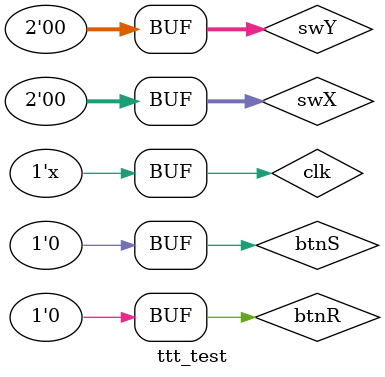
<source format=v>
`timescale 1ns / 1ps


module ttt_test;

	// Inputs
	reg clk;
	reg [1:0] swX;
	reg [1:0] swY;
	reg btnS;
	reg btnR;

	// Outputs
	wire btnPress;
	wire Hsync;
	wire Vsync;
	wire [2:0] vgaRed;
	wire [2:0] vgaGreen;
	wire [1:0] vgaBlue;

	// Instantiate the Unit Under Test (UUT)
	ttt uut (
		.clk(clk), 
		.swX(swX), 
		.swY(swY), 
		.btnS(btnS), 
		.btnR(btnR), 
		.btnPress(btnPress), 
		.Hsync(Hsync), 
		.Vsync(Vsync), 
		.vgaRed(vgaRed), 
		.vgaGreen(vgaGreen), 
		.vgaBlue(vgaBlue)
	);

	initial begin
		// Initialize Inputs
		clk = 0;
		swX = 0;
		swY = 0;
		btnS = 0;
		btnR = 0;

		// Wait 100 ns for global reset to finish
		#100;
        btnS = 1;
        #150
        btnS = 0;
		// Add stimulus here

	end
    
    always #5 clk = ~clk;
endmodule


</source>
